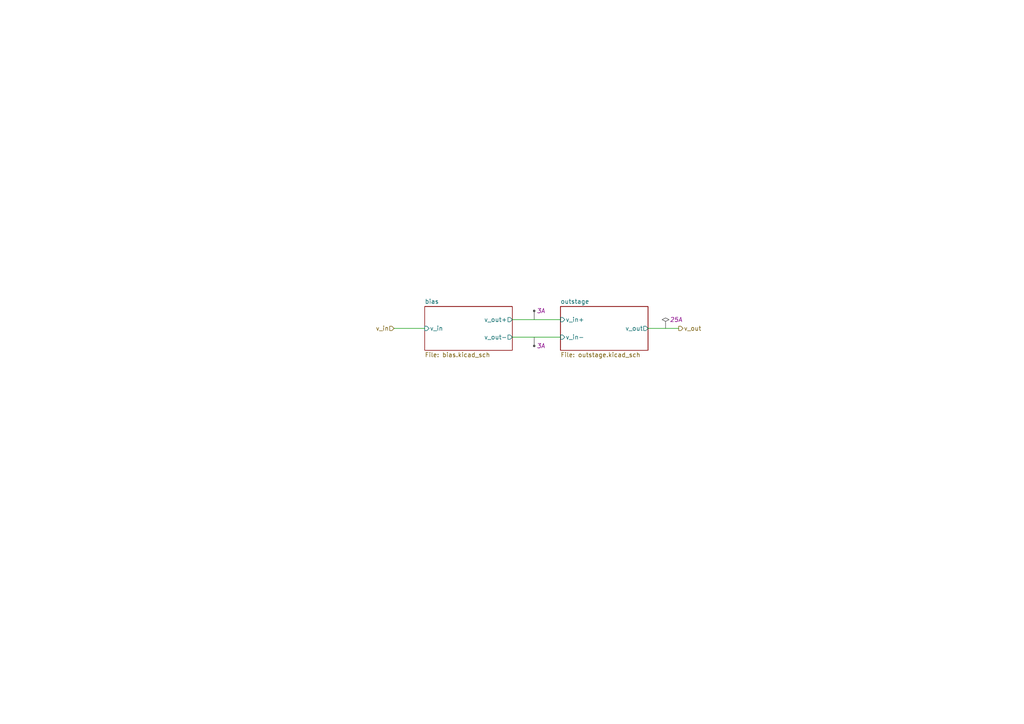
<source format=kicad_sch>
(kicad_sch
	(version 20231120)
	(generator "eeschema")
	(generator_version "8.0")
	(uuid "b6650eca-9d95-4292-b168-4cdf8909d449")
	(paper "A4")
	(title_block
		(title "Power Supply Sink")
		(date "2024-12-13")
		(rev "0.14.9")
		(company "Open Battery Tester")
		(comment 1 "Power Electronics")
	)
	(lib_symbols)
	(wire
		(pts
			(xy 114.3 95.25) (xy 123.19 95.25)
		)
		(stroke
			(width 0)
			(type default)
		)
		(uuid "72f28901-4b41-4168-b79c-fd7c9d338abc")
	)
	(wire
		(pts
			(xy 148.59 92.71) (xy 162.56 92.71)
		)
		(stroke
			(width 0)
			(type default)
		)
		(uuid "a467d4f3-77dd-469d-bd4d-cddb4276da5d")
	)
	(wire
		(pts
			(xy 187.96 95.25) (xy 196.85 95.25)
		)
		(stroke
			(width 0)
			(type default)
		)
		(uuid "bebef9c1-50ef-40fe-8727-2fe49c9c7345")
	)
	(wire
		(pts
			(xy 148.59 97.79) (xy 162.56 97.79)
		)
		(stroke
			(width 0)
			(type default)
		)
		(uuid "dd63b742-8e72-4846-8659-fc980d266710")
	)
	(hierarchical_label "v_out"
		(shape output)
		(at 196.85 95.25 0)
		(fields_autoplaced yes)
		(effects
			(font
				(size 1.27 1.27)
			)
			(justify left)
		)
		(uuid "2450e9ac-90ce-495b-94c8-52dd757d0a88")
	)
	(hierarchical_label "v_in"
		(shape input)
		(at 114.3 95.25 180)
		(fields_autoplaced yes)
		(effects
			(font
				(size 1.27 1.27)
			)
			(justify right)
		)
		(uuid "78baaaf8-19bc-410d-8804-e45149b6d3b9")
	)
	(netclass_flag ""
		(length 2.54)
		(shape diamond)
		(at 193.04 95.25 0)
		(fields_autoplaced yes)
		(effects
			(font
				(size 1.27 1.27)
			)
			(justify left bottom)
		)
		(uuid "20b86bd7-2a6a-4dde-b6af-25c9c4108596")
		(property "Netclass" "25A"
			(at 194.2465 92.71 0)
			(effects
				(font
					(size 1.27 1.27)
					(italic yes)
				)
				(justify left)
			)
		)
	)
	(netclass_flag ""
		(length 2.54)
		(shape dot)
		(at 154.94 92.71 0)
		(fields_autoplaced yes)
		(effects
			(font
				(size 1.27 1.27)
			)
			(justify left bottom)
		)
		(uuid "bdda14cb-f240-49c1-a21a-a5ed6f571fbf")
		(property "Netclass" "3A"
			(at 155.6385 90.17 0)
			(effects
				(font
					(size 1.27 1.27)
					(italic yes)
				)
				(justify left)
			)
		)
	)
	(netclass_flag ""
		(length 2.54)
		(shape dot)
		(at 154.94 97.79 180)
		(fields_autoplaced yes)
		(effects
			(font
				(size 1.27 1.27)
			)
			(justify right bottom)
		)
		(uuid "d7a114c4-5648-4d15-a9e0-c60fae8e9fb6")
		(property "Netclass" "3A"
			(at 155.6385 100.33 0)
			(effects
				(font
					(size 1.27 1.27)
					(italic yes)
				)
				(justify left)
			)
		)
	)
	(sheet
		(at 123.19 88.9)
		(size 25.4 12.7)
		(fields_autoplaced yes)
		(stroke
			(width 0.1524)
			(type solid)
		)
		(fill
			(color 0 0 0 0.0000)
		)
		(uuid "96925728-5ee9-4a9a-a057-bad7289886a2")
		(property "Sheetname" "bias"
			(at 123.19 88.1884 0)
			(effects
				(font
					(size 1.27 1.27)
				)
				(justify left bottom)
			)
		)
		(property "Sheetfile" "bias.kicad_sch"
			(at 123.19 102.1846 0)
			(effects
				(font
					(size 1.27 1.27)
				)
				(justify left top)
			)
		)
		(pin "v_out+" output
			(at 148.59 92.71 0)
			(effects
				(font
					(size 1.27 1.27)
				)
				(justify right)
			)
			(uuid "97c12659-7a62-47f1-a2bb-ee5c64803c59")
		)
		(pin "v_out-" output
			(at 148.59 97.79 0)
			(effects
				(font
					(size 1.27 1.27)
				)
				(justify right)
			)
			(uuid "dca99907-b91c-4319-89f6-9545c72db0e9")
		)
		(pin "v_in" input
			(at 123.19 95.25 180)
			(effects
				(font
					(size 1.27 1.27)
				)
				(justify left)
			)
			(uuid "0a60099b-8b09-401c-a707-8426021c7e36")
		)
		(instances
			(project "pss"
				(path "/3c438cf7-9350-4e9f-8115-1deba8984176/777b1eda-6785-4110-8355-6bbe24d3f5d7"
					(page "19")
				)
			)
		)
	)
	(sheet
		(at 162.56 88.9)
		(size 25.4 12.7)
		(fields_autoplaced yes)
		(stroke
			(width 0.1524)
			(type solid)
		)
		(fill
			(color 0 0 0 0.0000)
		)
		(uuid "fa72958a-5878-4cc9-a5da-a04578e325a8")
		(property "Sheetname" "outstage"
			(at 162.56 88.1884 0)
			(effects
				(font
					(size 1.27 1.27)
				)
				(justify left bottom)
			)
		)
		(property "Sheetfile" "outstage.kicad_sch"
			(at 162.56 102.1846 0)
			(effects
				(font
					(size 1.27 1.27)
				)
				(justify left top)
			)
		)
		(pin "v_in+" input
			(at 162.56 92.71 180)
			(effects
				(font
					(size 1.27 1.27)
				)
				(justify left)
			)
			(uuid "a4cf525b-c3dc-40ba-9c33-73e37996f939")
		)
		(pin "v_in-" input
			(at 162.56 97.79 180)
			(effects
				(font
					(size 1.27 1.27)
				)
				(justify left)
			)
			(uuid "24da6b47-0579-4cfa-97eb-a86495f0c3c8")
		)
		(pin "v_out" output
			(at 187.96 95.25 0)
			(effects
				(font
					(size 1.27 1.27)
				)
				(justify right)
			)
			(uuid "3e1575ce-2e7b-4c07-997a-23e37ae17c6c")
		)
		(instances
			(project "pss"
				(path "/3c438cf7-9350-4e9f-8115-1deba8984176/777b1eda-6785-4110-8355-6bbe24d3f5d7"
					(page "20")
				)
			)
		)
	)
)

</source>
